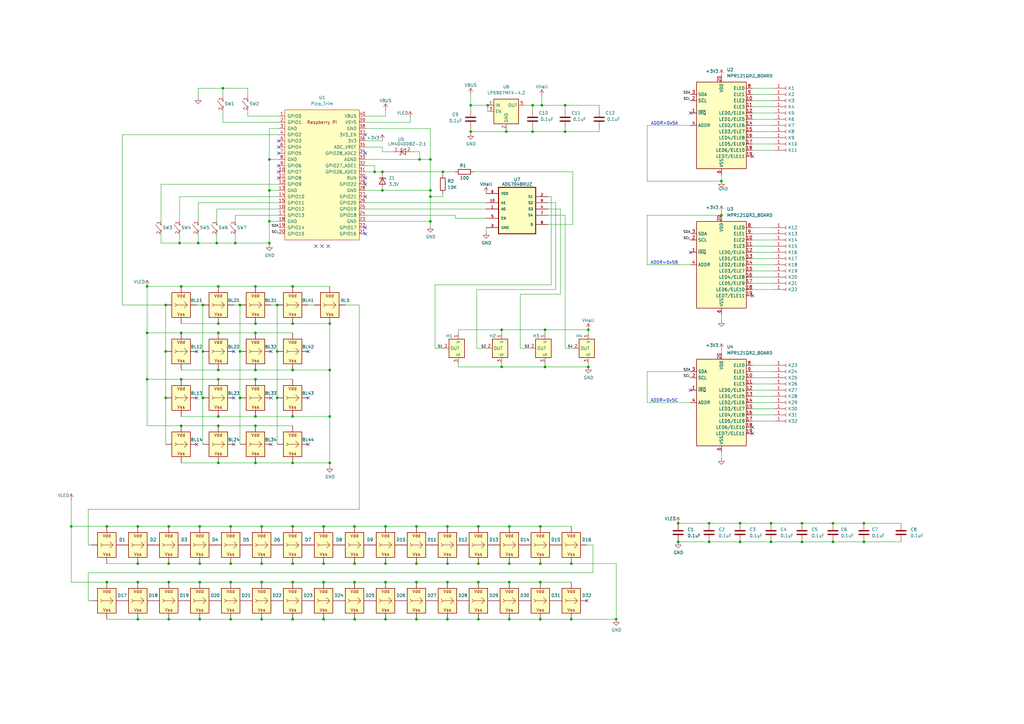
<source format=kicad_sch>
(kicad_sch (version 20250114) (generator "eeschema") (generator_version "9.0")
  (paper "A3")
  (text "ADDR=0x5C" (at 278.13 165.1 0) (effects (font (size 1.27 1.27)) (justify right bottom)))
  (text "ADDR=0x5A" (at 278.13 51.435 0) (effects (font (size 1.27 1.27)) (justify right bottom)))
  (text "ADDR=0x5B" (at 278.13 108.585 0) (effects (font (size 1.27 1.27)) (justify right bottom)))
  (junction (at 156.845 70.485))
  (junction (at 91.44 36.195))
  (junction (at 94.615 231.14))
  (junction (at 196.215 254))
  (junction (at 67.945 125.095))
  (junction (at 205.74 135.255))
  (junction (at 132.715 215.9))
  (junction (at 328.93 222.25))
  (junction (at 81.915 231.14))
  (junction (at 104.775 151.765))
  (junction (at 60.325 155.575))
  (junction (at 104.775 132.715))
  (junction (at 69.215 254))
  (junction (at 196.215 238.76))
  (junction (at 221.615 215.9))
  (junction (at 145.415 254))
  (junction (at 241.3 150.495))
  (junction (at 234.315 231.14))
  (junction (at 170.815 231.14))
  (junction (at 135.255 170.815))
  (junction (at 74.295 174.625))
  (junction (at 221.615 238.76))
  (junction (at 120.015 151.765))
  (junction (at 120.015 117.475))
  (junction (at 104.775 136.525))
  (junction (at 145.415 215.9))
  (junction (at 278.13 214.63))
  (junction (at 107.315 238.76))
  (junction (at 132.715 238.76))
  (junction (at 156.845 78.105))
  (junction (at 98.425 125.095))
  (junction (at 107.315 231.14))
  (junction (at 205.74 150.495))
  (junction (at 200.025 43.18))
  (junction (at 223.52 150.495))
  (junction (at 218.44 43.18))
  (junction (at 120.015 170.815))
  (junction (at 94.615 215.9))
  (junction (at 120.015 231.14))
  (junction (at 290.83 222.25))
  (junction (at 207.645 53.975))
  (junction (at 69.215 238.76))
  (junction (at 81.915 238.76))
  (junction (at 170.815 215.9))
  (junction (at 158.115 254))
  (junction (at 88.9 99.695))
  (junction (at 208.915 231.14))
  (junction (at 113.665 125.095))
  (junction (at 107.315 254))
  (junction (at 110.49 90.805))
  (junction (at 43.815 215.9))
  (junction (at 56.515 238.76))
  (junction (at 208.915 254))
  (junction (at 193.04 43.18))
  (junction (at 69.215 231.14))
  (junction (at 278.13 222.25))
  (junction (at 29.21 215.9))
  (junction (at 83.185 125.095))
  (junction (at 183.515 238.76))
  (junction (at 341.63 222.25))
  (junction (at 74.295 155.575))
  (junction (at 170.815 254))
  (junction (at 295.91 74.295))
  (junction (at 341.63 214.63))
  (junction (at 135.255 132.715))
  (junction (at 89.535 151.765))
  (junction (at 60.325 136.525))
  (junction (at 113.665 144.145))
  (junction (at 113.665 163.195))
  (junction (at 107.315 215.9))
  (junction (at 120.015 238.76))
  (junction (at 158.115 238.76))
  (junction (at 73.66 99.695))
  (junction (at 120.015 215.9))
  (junction (at 104.775 174.625))
  (junction (at 234.315 254))
  (junction (at 316.23 214.63))
  (junction (at 218.44 53.975))
  (junction (at 221.615 231.14))
  (junction (at 316.23 222.25))
  (junction (at 158.115 231.14))
  (junction (at 290.83 214.63))
  (junction (at 135.255 189.865))
  (junction (at 145.415 231.14))
  (junction (at 303.53 214.63))
  (junction (at 354.33 222.25))
  (junction (at 81.28 99.695))
  (junction (at 222.25 43.18))
  (junction (at 104.775 117.475))
  (junction (at 328.93 214.63))
  (junction (at 89.535 155.575))
  (junction (at 231.775 43.18))
  (junction (at 223.52 135.255))
  (junction (at 56.515 254))
  (junction (at 110.49 78.105))
  (junction (at 120.015 189.865))
  (junction (at 89.535 117.475))
  (junction (at 89.535 174.625))
  (junction (at 56.515 215.9))
  (junction (at 172.085 65.405))
  (junction (at 89.535 132.715))
  (junction (at 208.915 215.9))
  (junction (at 196.215 231.14))
  (junction (at 354.33 214.63))
  (junction (at 67.945 144.145))
  (junction (at 183.515 215.9))
  (junction (at 83.185 163.195))
  (junction (at 74.295 117.475))
  (junction (at 104.775 155.575))
  (junction (at 104.775 170.815))
  (junction (at 81.915 215.9))
  (junction (at 67.945 163.195))
  (junction (at 89.535 170.815))
  (junction (at 110.49 65.405))
  (junction (at 104.775 189.865))
  (junction (at 60.325 117.475))
  (junction (at 43.815 238.76))
  (junction (at 135.255 151.765))
  (junction (at 181.61 70.485))
  (junction (at 81.915 254))
  (junction (at 193.04 53.975))
  (junction (at 120.015 254))
  (junction (at 183.515 231.14))
  (junction (at 69.215 215.9))
  (junction (at 96.52 99.695))
  (junction (at 110.49 99.695))
  (junction (at 83.185 144.145))
  (junction (at 145.415 238.76))
  (junction (at 94.615 254))
  (junction (at 196.215 215.9))
  (junction (at 94.615 238.76))
  (junction (at 89.535 189.865))
  (junction (at 176.53 80.645))
  (junction (at 176.53 78.105))
  (junction (at 176.53 65.405))
  (junction (at 170.815 238.76))
  (junction (at 89.535 136.525))
  (junction (at 241.3 135.255))
  (junction (at 98.425 144.145))
  (junction (at 132.715 254))
  (junction (at 56.515 231.14))
  (junction (at 132.715 231.14))
  (junction (at 98.425 163.195))
  (junction (at 221.615 254))
  (junction (at 208.915 238.76))
  (junction (at 295.91 88.265))
  (junction (at 74.295 136.525))
  (junction (at 303.53 222.25))
  (junction (at 176.53 90.805))
  (junction (at 231.775 53.975))
  (junction (at 120.015 132.715))
  (junction (at 183.515 254))
  (junction (at 153.67 70.485))
  (junction (at 158.115 215.9))
  (junction (at 252.73 254))
  (no_connect (at 132.08 100.965))
  (no_connect (at 149.86 93.345))
  (no_connect (at 308.61 175.26))
  (no_connect (at 114.3 70.485))
  (no_connect (at 111.125 182.245))
  (no_connect (at 149.86 73.025))
  (no_connect (at 149.86 75.565))
  (no_connect (at 149.86 80.645))
  (no_connect (at 149.86 55.245))
  (no_connect (at 129.54 100.965))
  (no_connect (at 149.86 62.865))
  (no_connect (at 308.61 121.285))
  (no_connect (at 308.61 64.135))
  (no_connect (at 126.365 163.195))
  (no_connect (at 149.86 95.885))
  (no_connect (at 126.365 182.245))
  (no_connect (at 95.885 182.245))
  (no_connect (at 80.645 144.145))
  (no_connect (at 126.365 144.145))
  (no_connect (at 114.3 67.945))
  (no_connect (at 95.885 144.145))
  (no_connect (at 111.125 144.145))
  (no_connect (at 283.21 46.355))
  (no_connect (at 95.885 163.195))
  (no_connect (at 308.61 177.8))
  (no_connect (at 80.645 182.245))
  (no_connect (at 114.3 57.785))
  (no_connect (at 283.21 103.505))
  (no_connect (at 80.645 163.195))
  (no_connect (at 111.125 163.195))
  (no_connect (at 134.62 100.965))
  (no_connect (at 114.3 73.025))
  (no_connect (at 283.21 160.02))
  (no_connect (at 240.665 246.38))
  (no_connect (at 114.3 62.865))
  (no_connect (at 114.3 60.325))
  (wire (pts (xy 295.91 131.445) (xy 295.91 128.905)))
  (wire (pts (xy 73.66 95.885) (xy 73.66 99.695)))
  (wire (pts (xy 36.195 234.95) (xy 36.195 246.38)))
  (wire (pts (xy 208.915 238.76) (xy 221.615 238.76)))
  (wire (pts (xy 149.86 67.945) (xy 153.67 67.945)))
  (wire (pts (xy 94.615 254) (xy 107.315 254)))
  (wire (pts (xy 60.325 117.475) (xy 60.325 136.525)))
  (wire (pts (xy 149.86 57.785) (xy 156.845 57.785)))
  (wire (pts (xy 110.49 52.705) (xy 110.49 65.405)))
  (wire (pts (xy 170.815 254) (xy 183.515 254)))
  (wire (pts (xy 145.415 231.14) (xy 158.115 231.14)))
  (wire (pts (xy 168.91 62.23) (xy 172.085 62.23)))
  (wire (pts (xy 89.535 174.625) (xy 104.775 174.625)))
  (wire (pts (xy 308.61 48.895) (xy 317.5 48.895)))
  (wire (pts (xy 149.86 83.185) (xy 199.39 83.185)))
  (wire (pts (xy 96.52 99.695) (xy 110.49 99.695)))
  (wire (pts (xy 196.215 231.14) (xy 208.915 231.14)))
  (wire (pts (xy 36.195 223.52) (xy 37.465 223.52)))
  (wire (pts (xy 113.665 163.195) (xy 113.665 182.245)))
  (wire (pts (xy 149.86 90.805) (xy 176.53 90.805)))
  (wire (pts (xy 308.61 38.735) (xy 317.5 38.735)))
  (wire (pts (xy 308.61 53.975) (xy 317.5 53.975)))
  (wire (pts (xy 205.74 135.255) (xy 205.74 136.525)))
  (wire (pts (xy 205.74 150.495) (xy 187.96 150.495)))
  (wire (pts (xy 29.21 238.76) (xy 29.21 215.9)))
  (wire (pts (xy 341.63 222.25) (xy 354.33 222.25)))
  (wire (pts (xy 317.5 106.045) (xy 308.61 106.045)))
  (wire (pts (xy 223.52 150.495) (xy 223.52 149.225)))
  (wire (pts (xy 317.5 152.4) (xy 308.61 152.4)))
  (wire (pts (xy 73.66 99.695) (xy 81.28 99.695)))
  (wire (pts (xy 221.615 215.9) (xy 234.315 215.9)))
  (wire (pts (xy 317.5 108.585) (xy 308.61 108.585)))
  (wire (pts (xy 89.535 155.575) (xy 104.775 155.575)))
  (wire (pts (xy 308.61 43.815) (xy 317.5 43.815)))
  (wire (pts (xy 104.775 174.625) (xy 120.015 174.625)))
  (wire (pts (xy 67.945 182.245) (xy 67.945 163.195)))
  (wire (pts (xy 114.3 75.565) (xy 66.04 75.565)))
  (wire (pts (xy 120.015 215.9) (xy 132.715 215.9)))
  (wire (pts (xy 176.53 52.705) (xy 176.53 65.405)))
  (wire (pts (xy 60.325 136.525) (xy 60.325 155.575)))
  (wire (pts (xy 101.6 47.625) (xy 101.6 45.085)))
  (wire (pts (xy 120.015 170.815) (xy 135.255 170.815)))
  (wire (pts (xy 74.295 189.865) (xy 89.535 189.865)))
  (wire (pts (xy 66.04 75.565) (xy 66.04 90.805)))
  (wire (pts (xy 81.915 254) (xy 94.615 254)))
  (wire (pts (xy 69.215 231.14) (xy 81.915 231.14)))
  (wire (pts (xy 89.535 132.715) (xy 104.775 132.715)))
  (wire (pts (xy 295.91 187.96) (xy 295.91 185.42)))
  (wire (pts (xy 156.845 70.485) (xy 153.67 70.485)))
  (wire (pts (xy 317.5 118.745) (xy 308.61 118.745)))
  (wire (pts (xy 170.815 231.14) (xy 183.515 231.14)))
  (wire (pts (xy 73.66 80.645) (xy 73.66 90.805)))
  (wire (pts (xy 243.205 234.95) (xy 36.195 234.95)))
  (wire (pts (xy 183.515 254) (xy 196.215 254)))
  (wire (pts (xy 317.5 116.205) (xy 308.61 116.205)))
  (wire (pts (xy 107.315 254) (xy 120.015 254)))
  (wire (pts (xy 308.61 51.435) (xy 317.5 51.435)))
  (wire (pts (xy 317.5 95.885) (xy 308.61 95.885)))
  (wire (pts (xy 74.295 170.815) (xy 89.535 170.815)))
  (wire (pts (xy 172.085 62.23) (xy 172.085 65.405)))
  (wire (pts (xy 89.535 189.865) (xy 104.775 189.865)))
  (wire (pts (xy 208.915 215.9) (xy 221.615 215.9)))
  (wire (pts (xy 205.74 135.255) (xy 223.52 135.255)))
  (wire (pts (xy 156.845 60.325) (xy 149.86 60.325)))
  (wire (pts (xy 308.61 36.195) (xy 317.5 36.195)))
  (wire (pts (xy 317.5 162.56) (xy 308.61 162.56)))
  (wire (pts (xy 295.91 74.295) (xy 295.91 71.755)))
  (wire (pts (xy 36.195 208.915) (xy 36.195 223.52)))
  (wire (pts (xy 181.61 71.755) (xy 181.61 70.485)))
  (wire (pts (xy 149.86 85.725) (xy 199.39 85.725)))
  (wire (pts (xy 231.775 142.875) (xy 234.95 142.875)))
  (wire (pts (xy 135.255 189.865) (xy 135.255 170.815)))
  (wire (pts (xy 241.3 150.495) (xy 241.3 149.225)))
  (wire (pts (xy 74.295 117.475) (xy 89.535 117.475)))
  (wire (pts (xy 60.325 155.575) (xy 60.325 174.625)))
  (wire (pts (xy 283.21 51.435) (xy 265.43 51.435)))
  (wire (pts (xy 126.365 125.095) (xy 128.905 125.095)))
  (wire (pts (xy 234.95 70.485) (xy 194.31 70.485)))
  (wire (pts (xy 317.5 111.125) (xy 308.61 111.125)))
  (wire (pts (xy 186.69 89.535) (xy 199.39 89.535)))
  (wire (pts (xy 114.3 85.725) (xy 88.9 85.725)))
  (wire (pts (xy 221.615 238.76) (xy 234.315 238.76)))
  (wire (pts (xy 29.21 205.105) (xy 29.21 215.9)))
  (wire (pts (xy 74.295 132.715) (xy 89.535 132.715)))
  (wire (pts (xy 308.61 41.275) (xy 317.5 41.275)))
  (wire (pts (xy 317.5 113.665) (xy 308.61 113.665)))
  (wire (pts (xy 67.945 163.195) (xy 67.945 144.145)))
  (wire (pts (xy 120.015 132.715) (xy 135.255 132.715)))
  (wire (pts (xy 96.52 95.885) (xy 96.52 99.695)))
  (wire (pts (xy 114.3 83.185) (xy 81.28 83.185)))
  (wire (pts (xy 231.775 53.975) (xy 218.44 53.975)))
  (wire (pts (xy 50.165 125.095) (xy 67.945 125.095)))
  (wire (pts (xy 135.255 151.765) (xy 135.255 132.715)))
  (wire (pts (xy 229.87 85.725) (xy 229.87 120.65)))
  (wire (pts (xy 74.295 174.625) (xy 89.535 174.625)))
  (wire (pts (xy 74.295 155.575) (xy 89.535 155.575)))
  (wire (pts (xy 104.775 189.865) (xy 120.015 189.865)))
  (wire (pts (xy 241.3 135.255) (xy 241.3 136.525)))
  (wire (pts (xy 208.915 231.14) (xy 221.615 231.14)))
  (wire (pts (xy 43.815 215.9) (xy 56.515 215.9)))
  (wire (pts (xy 95.885 125.095) (xy 98.425 125.095)))
  (wire (pts (xy 110.49 65.405) (xy 110.49 78.105)))
  (wire (pts (xy 176.53 90.805) (xy 176.53 92.71)))
  (wire (pts (xy 222.25 43.18) (xy 231.775 43.18)))
  (wire (pts (xy 81.28 40.005) (xy 81.28 36.195)))
  (wire (pts (xy 147.32 125.095) (xy 141.605 125.095)))
  (wire (pts (xy 81.915 238.76) (xy 94.615 238.76)))
  (wire (pts (xy 265.43 108.585) (xy 265.43 88.265)))
  (wire (pts (xy 223.52 135.255) (xy 241.3 135.255)))
  (wire (pts (xy 317.5 59.055) (xy 308.61 59.055)))
  (wire (pts (xy 156.845 70.485) (xy 181.61 70.485)))
  (wire (pts (xy 205.74 150.495) (xy 205.74 149.225)))
  (wire (pts (xy 354.33 214.63) (xy 369.57 214.63)))
  (wire (pts (xy 224.79 88.265) (xy 231.775 88.265)))
  (wire (pts (xy 88.9 99.695) (xy 96.52 99.695)))
  (wire (pts (xy 218.44 43.18) (xy 222.25 43.18)))
  (wire (pts (xy 107.315 231.14) (xy 120.015 231.14)))
  (wire (pts (xy 66.04 99.695) (xy 66.04 95.885)))
  (wire (pts (xy 222.25 39.37) (xy 222.25 43.18)))
  (wire (pts (xy 227.965 118.745) (xy 227.965 83.185)))
  (wire (pts (xy 290.83 214.63) (xy 303.53 214.63)))
  (wire (pts (xy 29.21 215.9) (xy 43.815 215.9)))
  (wire (pts (xy 229.87 120.65) (xy 213.36 120.65)))
  (wire (pts (xy 96.52 88.265) (xy 96.52 90.805)))
  (wire (pts (xy 135.255 170.815) (xy 135.255 151.765)))
  (wire (pts (xy 218.44 43.18) (xy 215.265 43.18)))
  (wire (pts (xy 94.615 215.9) (xy 107.315 215.9)))
  (wire (pts (xy 156.845 62.23) (xy 161.29 62.23)))
  (wire (pts (xy 107.315 215.9) (xy 120.015 215.9)))
  (wire (pts (xy 227.965 83.185) (xy 224.79 83.185)))
  (wire (pts (xy 265.43 165.1) (xy 265.43 152.4)))
  (wire (pts (xy 193.04 38.735) (xy 193.04 43.18)))
  (wire (pts (xy 135.255 191.135) (xy 135.255 189.865)))
  (wire (pts (xy 283.21 165.1) (xy 265.43 165.1)))
  (wire (pts (xy 178.435 116.84) (xy 226.06 116.84)))
  (wire (pts (xy 81.28 99.695) (xy 88.9 99.695)))
  (wire (pts (xy 252.73 254) (xy 252.73 231.14)))
  (wire (pts (xy 218.44 45.085) (xy 218.44 43.18)))
  (wire (pts (xy 81.28 83.185) (xy 81.28 90.805)))
  (wire (pts (xy 303.53 222.25) (xy 316.23 222.25)))
  (wire (pts (xy 113.665 125.095) (xy 113.665 144.145)))
  (wire (pts (xy 145.415 254) (xy 158.115 254)))
  (wire (pts (xy 231.775 52.705) (xy 231.775 53.975)))
  (wire (pts (xy 218.44 52.705) (xy 218.44 53.975)))
  (wire (pts (xy 183.515 215.9) (xy 196.215 215.9)))
  (wire (pts (xy 193.04 45.085) (xy 193.04 43.18)))
  (wire (pts (xy 168.275 48.26) (xy 168.275 50.165)))
  (wire (pts (xy 91.44 50.165) (xy 91.44 45.085)))
  (wire (pts (xy 245.745 43.18) (xy 245.745 45.085)))
  (wire (pts (xy 181.61 79.375) (xy 181.61 80.645)))
  (wire (pts (xy 193.04 53.975) (xy 207.645 53.975)))
  (wire (pts (xy 317.5 56.515) (xy 308.61 56.515)))
  (wire (pts (xy 195.58 118.745) (xy 227.965 118.745)))
  (wire (pts (xy 50.165 55.245) (xy 50.165 125.095)))
  (wire (pts (xy 187.96 150.495) (xy 187.96 149.225)))
  (wire (pts (xy 91.44 36.195) (xy 91.44 40.005)))
  (wire (pts (xy 153.67 70.485) (xy 149.86 70.485)))
  (wire (pts (xy 104.775 155.575) (xy 120.015 155.575)))
  (wire (pts (xy 132.715 254) (xy 145.415 254)))
  (wire (pts (xy 241.3 150.495) (xy 223.52 150.495)))
  (wire (pts (xy 56.515 215.9) (xy 69.215 215.9)))
  (wire (pts (xy 104.775 151.765) (xy 120.015 151.765)))
  (wire (pts (xy 101.6 36.195) (xy 101.6 40.005)))
  (wire (pts (xy 158.115 47.625) (xy 149.86 47.625)))
  (wire (pts (xy 156.845 62.23) (xy 156.845 60.325)))
  (wire (pts (xy 94.615 231.14) (xy 107.315 231.14)))
  (wire (pts (xy 94.615 238.76) (xy 107.315 238.76)))
  (wire (pts (xy 147.32 125.095) (xy 147.32 208.915)))
  (wire (pts (xy 187.96 135.255) (xy 187.96 136.525)))
  (wire (pts (xy 195.58 142.875) (xy 199.39 142.875)))
  (wire (pts (xy 224.79 80.645) (xy 226.06 80.645)))
  (wire (pts (xy 67.945 144.145) (xy 67.945 125.095)))
  (wire (pts (xy 147.32 208.915) (xy 36.195 208.915)))
  (wire (pts (xy 69.215 254) (xy 81.915 254)))
  (wire (pts (xy 56.515 254) (xy 69.215 254)))
  (wire (pts (xy 278.13 222.25) (xy 290.83 222.25)))
  (wire (pts (xy 145.415 215.9) (xy 158.115 215.9)))
  (wire (pts (xy 265.43 152.4) (xy 283.21 152.4)))
  (wire (pts (xy 317.5 149.86) (xy 308.61 149.86)))
  (wire (pts (xy 43.815 238.76) (xy 29.21 238.76)))
  (wire (pts (xy 223.52 135.255) (xy 223.52 136.525)))
  (wire (pts (xy 240.665 223.52) (xy 243.205 223.52)))
  (wire (pts (xy 245.745 53.975) (xy 245.745 52.705)))
  (wire (pts (xy 181.61 142.875) (xy 178.435 142.875)))
  (wire (pts (xy 81.28 95.885) (xy 81.28 99.695)))
  (wire (pts (xy 317.5 154.94) (xy 308.61 154.94)))
  (wire (pts (xy 104.775 117.475) (xy 120.015 117.475)))
  (wire (pts (xy 208.915 254) (xy 221.615 254)))
  (wire (pts (xy 98.425 144.145) (xy 98.425 163.195)))
  (wire (pts (xy 69.215 215.9) (xy 81.915 215.9)))
  (wire (pts (xy 354.33 222.25) (xy 369.57 222.25)))
  (wire (pts (xy 207.645 53.975) (xy 207.645 53.34)))
  (wire (pts (xy 89.535 136.525) (xy 104.775 136.525)))
  (wire (pts (xy 69.215 238.76) (xy 81.915 238.76)))
  (wire (pts (xy 213.36 120.65) (xy 213.36 142.875)))
  (wire (pts (xy 149.86 88.265) (xy 186.69 88.265)))
  (wire (pts (xy 114.3 47.625) (xy 101.6 47.625)))
  (wire (pts (xy 74.295 151.765) (xy 89.535 151.765)))
  (wire (pts (xy 317.5 100.965) (xy 308.61 100.965)))
  (wire (pts (xy 218.44 53.975) (xy 207.645 53.975)))
  (wire (pts (xy 81.915 231.14) (xy 94.615 231.14)))
  (wire (pts (xy 110.49 78.105) (xy 110.49 90.805)))
  (wire (pts (xy 158.115 238.76) (xy 170.815 238.76)))
  (wire (pts (xy 290.83 222.25) (xy 303.53 222.25)))
  (wire (pts (xy 187.96 135.255) (xy 205.74 135.255)))
  (wire (pts (xy 317.5 61.595) (xy 308.61 61.595)))
  (wire (pts (xy 303.53 214.63) (xy 316.23 214.63)))
  (wire (pts (xy 308.61 46.355) (xy 317.5 46.355)))
  (wire (pts (xy 81.915 215.9) (xy 94.615 215.9)))
  (wire (pts (xy 193.04 52.705) (xy 193.04 53.975)))
  (wire (pts (xy 295.91 86.995) (xy 295.91 88.265)))
  (wire (pts (xy 98.425 125.095) (xy 98.425 144.145)))
  (wire (pts (xy 221.615 231.14) (xy 234.315 231.14)))
  (wire (pts (xy 158.115 45.085) (xy 158.115 47.625)))
  (wire (pts (xy 81.28 36.195) (xy 91.44 36.195)))
  (wire (pts (xy 196.215 238.76) (xy 208.915 238.76)))
  (wire (pts (xy 317.5 103.505) (xy 308.61 103.505)))
  (wire (pts (xy 231.775 45.085) (xy 231.775 43.18)))
  (wire (pts (xy 89.535 117.475) (xy 104.775 117.475)))
  (wire (pts (xy 317.5 165.1) (xy 308.61 165.1)))
  (wire (pts (xy 158.115 231.14) (xy 170.815 231.14)))
  (wire (pts (xy 88.9 95.885) (xy 88.9 99.695)))
  (wire (pts (xy 328.93 222.25) (xy 341.63 222.25)))
  (wire (pts (xy 132.715 215.9) (xy 145.415 215.9)))
  (wire (pts (xy 114.3 88.265) (xy 96.52 88.265)))
  (wire (pts (xy 120.015 238.76) (xy 132.715 238.76)))
  (wire (pts (xy 114.3 52.705) (xy 110.49 52.705)))
  (wire (pts (xy 110.49 90.805) (xy 114.3 90.805)))
  (wire (pts (xy 60.325 117.475) (xy 74.295 117.475)))
  (wire (pts (xy 176.53 78.105) (xy 176.53 80.645)))
  (wire (pts (xy 156.845 78.105) (xy 176.53 78.105)))
  (wire (pts (xy 265.43 88.265) (xy 295.91 88.265)))
  (wire (pts (xy 224.79 85.725) (xy 229.87 85.725)))
  (wire (pts (xy 317.5 93.345) (xy 308.61 93.345)))
  (wire (pts (xy 170.815 238.76) (xy 183.515 238.76)))
  (wire (pts (xy 317.5 172.72) (xy 308.61 172.72)))
  (wire (pts (xy 181.61 70.485) (xy 186.69 70.485)))
  (wire (pts (xy 73.66 99.695) (xy 66.04 99.695)))
  (wire (pts (xy 120.015 231.14) (xy 132.715 231.14)))
  (wire (pts (xy 132.715 231.14) (xy 145.415 231.14)))
  (wire (pts (xy 114.3 50.165) (xy 91.44 50.165)))
  (wire (pts (xy 193.04 54.61) (xy 193.04 53.975)))
  (wire (pts (xy 265.43 51.435) (xy 265.43 74.295)))
  (wire (pts (xy 89.535 151.765) (xy 104.775 151.765)))
  (wire (pts (xy 149.86 52.705) (xy 176.53 52.705)))
  (wire (pts (xy 110.49 99.695) (xy 110.49 100.33)))
  (wire (pts (xy 83.185 163.195) (xy 83.185 182.245)))
  (wire (pts (xy 328.93 214.63) (xy 341.63 214.63)))
  (wire (pts (xy 91.44 36.195) (xy 101.6 36.195)))
  (wire (pts (xy 107.315 238.76) (xy 120.015 238.76)))
  (wire (pts (xy 149.86 78.105) (xy 156.845 78.105)))
  (wire (pts (xy 104.775 136.525) (xy 120.015 136.525)))
  (wire (pts (xy 80.645 125.095) (xy 83.185 125.095)))
  (wire (pts (xy 83.185 125.095) (xy 83.185 144.145)))
  (wire (pts (xy 56.515 231.14) (xy 69.215 231.14)))
  (wire (pts (xy 176.53 65.405) (xy 176.53 78.105)))
  (wire (pts (xy 36.195 246.38) (xy 37.465 246.38)))
  (wire (pts (xy 170.815 215.9) (xy 183.515 215.9)))
  (wire (pts (xy 149.86 50.165) (xy 168.275 50.165)))
  (wire (pts (xy 200.025 43.18) (xy 200.025 45.72)))
  (wire (pts (xy 181.61 80.645) (xy 176.53 80.645)))
  (wire (pts (xy 120.015 151.765) (xy 135.255 151.765)))
  (wire (pts (xy 316.23 222.25) (xy 328.93 222.25)))
  (wire (pts (xy 56.515 238.76) (xy 69.215 238.76)))
  (wire (pts (xy 43.815 254) (xy 56.515 254)))
  (wire (pts (xy 83.185 144.145) (xy 83.185 163.195)))
  (wire (pts (xy 317.5 98.425) (xy 308.61 98.425)))
  (wire (pts (xy 234.95 70.485) (xy 234.95 92.075)))
  (wire (pts (xy 252.73 231.14) (xy 234.315 231.14)))
  (wire (pts (xy 234.95 92.075) (xy 224.79 92.075)))
  (wire (pts (xy 145.415 238.76) (xy 158.115 238.76)))
  (wire (pts (xy 176.53 80.645) (xy 176.53 90.805)))
  (wire (pts (xy 283.21 108.585) (xy 265.43 108.585)))
  (wire (pts (xy 265.43 74.295) (xy 295.91 74.295)))
  (wire (pts (xy 149.86 65.405) (xy 172.085 65.405)))
  (wire (pts (xy 223.52 150.495) (xy 205.74 150.495)))
  (wire (pts (xy 183.515 231.14) (xy 196.215 231.14)))
  (wire (pts (xy 317.5 160.02) (xy 308.61 160.02)))
  (wire (pts (xy 43.815 238.76) (xy 56.515 238.76)))
  (wire (pts (xy 113.665 144.145) (xy 113.665 163.195)))
  (wire (pts (xy 89.535 170.815) (xy 104.775 170.815)))
  (wire (pts (xy 172.085 65.405) (xy 176.53 65.405)))
  (wire (pts (xy 158.115 254) (xy 170.815 254)))
  (wire (pts (xy 158.115 215.9) (xy 170.815 215.9)))
  (wire (pts (xy 114.3 80.645) (xy 73.66 80.645)))
  (wire (pts (xy 295.91 143.51) (xy 295.91 144.78)))
  (wire (pts (xy 196.215 254) (xy 208.915 254)))
  (wire (pts (xy 120.015 189.865) (xy 135.255 189.865)))
  (wire (pts (xy 120.015 254) (xy 132.715 254)))
  (wire (pts (xy 132.715 238.76) (xy 145.415 238.76)))
  (wire (pts (xy 317.5 167.64) (xy 308.61 167.64)))
  (wire (pts (xy 74.295 136.525) (xy 89.535 136.525)))
  (wire (pts (xy 60.325 155.575) (xy 74.295 155.575)))
  (wire (pts (xy 60.325 136.525) (xy 74.295 136.525)))
  (wire (pts (xy 196.215 215.9) (xy 208.915 215.9)))
  (wire (pts (xy 60.325 174.625) (xy 74.295 174.625)))
  (wire (pts (xy 317.5 157.48) (xy 308.61 157.48)))
  (wire (pts (xy 278.13 214.63) (xy 290.83 214.63)))
  (wire (pts (xy 153.67 67.945) (xy 153.67 70.485)))
  (wire (pts (xy 104.775 132.715) (xy 120.015 132.715)))
  (wire (pts (xy 213.36 142.875) (xy 217.17 142.875)))
  (wire (pts (xy 221.615 254) (xy 234.315 254)))
  (wire (pts (xy 110.49 65.405) (xy 114.3 65.405)))
  (wire (pts (xy 88.9 85.725) (xy 88.9 90.805)))
  (wire (pts (xy 104.775 170.815) (xy 120.015 170.815)))
  (wire (pts (xy 43.815 231.14) (xy 56.515 231.14)))
  (wire (pts (xy 226.06 80.645) (xy 226.06 116.84)))
  (wire (pts (xy 317.5 170.18) (xy 308.61 170.18)))
  (wire (pts (xy 199.39 93.345) (xy 199.39 95.25)))
  (wire (pts (xy 98.425 163.195) (xy 98.425 182.245)))
  (wire (pts (xy 183.515 238.76) (xy 196.215 238.76)))
  (wire (pts (xy 193.04 43.18) (xy 200.025 43.18)))
  (wire (pts (xy 178.435 142.875) (xy 178.435 116.84)))
  (wire (pts (xy 110.49 90.805) (xy 110.49 99.695)))
  (wire (pts (xy 231.775 43.18) (xy 245.745 43.18)))
  (wire (pts (xy 110.49 78.105) (xy 114.3 78.105)))
  (wire (pts (xy 316.23 214.63) (xy 328.93 214.63)))
  (wire (pts (xy 231.775 53.975) (xy 245.745 53.975)))
  (wire (pts (xy 120.015 117.475) (xy 135.255 117.475)))
  (wire (pts (xy 195.58 118.745) (xy 195.58 142.875)))
  (wire (pts (xy 243.205 223.52) (xy 243.205 234.95)))
  (wire (pts (xy 234.315 254) (xy 252.73 254)))
  (wire (pts (xy 111.125 125.095) (xy 113.665 125.095)))
  (wire (pts (xy 50.165 55.245) (xy 114.3 55.245)))
  (wire (pts (xy 186.69 89.535) (xy 186.69 88.265)))
  (wire (pts (xy 341.63 214.63) (xy 354.33 214.63)))
  (wire (pts (xy 231.775 88.265) (xy 231.775 142.875)))
  (label "S3" (at 217.17 142.875 180) (effects (font (size 1 1))))
  (label "S4" (at 234.95 142.875 180) (effects (font (size 1 1))))
  (label "SCL" (at 114.3 95.885 180) (effects (font (size 1 1))))
  (label "S1" (at 181.61 142.875 180) (effects (font (size 1 1))))
  (label "SCL" (at 283.21 41.275 180) (effects (font (size 1 1))))
  (label "SDA" (at 283.21 95.885 180) (effects (font (size 1 1))))
  (label "SDA" (at 283.21 152.4 180) (effects (font (size 1 1))))
  (label "SCL" (at 283.21 98.425 180) (effects (font (size 1 1))))
  (label "SDA" (at 283.21 38.735 180) (effects (font (size 1 1))))
  (label "SDA" (at 114.3 93.345 180) (effects (font (size 1 1))))
  (label "S2" (at 199.39 142.875 180) (effects (font (size 1 1))))
  (label "SCL" (at 283.21 154.94 180) (effects (font (size 1 1))))
  (symbol (lib_id "diva_plus:WS2812B_Unified") (at 94.615 246.38 0) (unit 1)
    (property "Reference" "D21" (at 100.965 244.221 0))
    (property "Value" "WS2812B_Unified" (effects (hide yes)))
    (property "Footprint" "diva_plus:WS2812B-4020" (effects (hide yes)))
  )
  (symbol (lib_id "Connector:Conn_01x01_Female") (at 322.58 93.345 0) (unit 1)
    (property "Reference" "K12" (at 323.215 93.3449 0) (effects (justify left)))
    (property "Value" "Conn_01x01_Female" (effects (hide yes)))
    (property "Footprint" "diva_plus:DivaKeyBiasRight" (effects (hide yes)))
  )
  (symbol (lib_id "Connector:Conn_01x01_Female") (at 322.58 41.275 0) (unit 1)
    (property "Reference" "K3" (at 323.215 41.2749 0) (effects (justify left)))
    (property "Value" "Conn_01x01_Female" (effects (hide yes)))
    (property "Footprint" "diva_plus:DivaKey" (effects (hide yes)))
  )
  (symbol (lib_id "power:GND") (at 295.91 74.295 0) (unit 1)
    (property "Reference" "#PWR0122" (effects (hide yes)))
    (property "Value" "GND" (at 296.672 77.4192 0))
  )
  (symbol (lib_id "agg:SWITCH_SPST") (at 73.66 93.345 90) (unit 1)
    (property "Reference" "SW4" (at 74.295 93.345 90) (effects (justify right)))
    (property "Value" "SWITCH_SPST" (effects (hide yes)))
    (property "Footprint" "diva_plus:Choc_HE" (effects (hide yes)))
  )
  (symbol (lib_id "diva_plus:WS2812B_Unified") (at 120.015 144.145 0) (unit 1)
    (property "Reference" "BL42" (at 126.365 142.24 0))
    (property "Value" "WS2812B_Unified" (effects (hide yes)))
    (property "Footprint" "diva_plus:WS2812B-2835_EMBED" (effects (hide yes)))
  )
  (symbol (lib_id "diva_plus:WS2812B_Unified") (at 89.535 182.245 0) (unit 1)
    (property "Reference" "BL24" (at 95.885 180.34 0))
    (property "Value" "WS2812B_Unified" (effects (hide yes)))
    (property "Footprint" "diva_plus:WS2812B-2835_EMBED" (effects (hide yes)))
  )
  (symbol (lib_id "diva_plus:WS2812B_Unified") (at 43.815 246.38 0) (unit 1)
    (property "Reference" "D17" (at 50.165 244.221 0))
    (property "Value" "WS2812B_Unified" (effects (hide yes)))
    (property "Footprint" "diva_plus:WS2812B-4020" (effects (hide yes)))
  )
  (symbol (lib_id "power:+5V") (at 193.04 38.735 0) (unit 1)
    (property "Reference" "#PWR016" (effects (hide yes)))
    (property "Value" "VBUS" (at 193.04 34.925 0))
  )
  (symbol (lib_id "Device:C") (at 316.23 218.44 0) (unit 1)
    (property "Reference" "C4" (at 320.04 217.1699 0) (effects (justify left)))
    (property "Value" "0.1uF" (at 320.04 219.7099 0) (effects (justify left)))
    (property "Footprint" "Capacitor_SMD:C_0603_1608Metric_Pad1.08x0.95mm_HandSolder" (effects (hide yes)))
  )
  (symbol (lib_id "diva_plus:WS2812B_Unified") (at 120.015 223.52 0) (unit 1)
    (property "Reference" "D7" (at 126.365 221.361 0))
    (property "Value" "WS2812B_Unified" (effects (hide yes)))
    (property "Footprint" "diva_plus:WS2812B-4020" (effects (hide yes)))
  )
  (symbol (lib_id "Device:C") (at 303.53 218.44 0) (unit 1)
    (property "Reference" "C3" (at 307.34 217.1699 0) (effects (justify left)))
    (property "Value" "0.1uF" (at 307.34 219.7099 0) (effects (justify left)))
    (property "Footprint" "Capacitor_SMD:C_0603_1608Metric_Pad1.08x0.95mm_HandSolder" (effects (hide yes)))
  )
  (symbol (lib_id "Device:D_Zener") (at 156.845 74.295 270) (unit 1)
    (property "Reference" "Z1" (at 159.385 73.0249 90) (effects (justify left)))
    (property "Value" "3.3V" (at 159.385 75.5649 90) (effects (justify left)))
    (property "Footprint" "Diode_SMD:D_SOD-123F" (effects (hide yes)))
    (property "Description" "Zener diode" (effects (hide yes)))
  )
  (symbol (lib_id "diva_plus:WS2812B_Unified") (at 104.775 125.095 0) (unit 1)
    (property "Reference" "BL31" (at 111.125 123.19 0))
    (property "Value" "WS2812B_Unified" (effects (hide yes)))
    (property "Footprint" "diva_plus:WS2812B-2835_EMBED" (effects (hide yes)))
  )
  (symbol (lib_id "diva_plus:WS2812B_Unified") (at 145.415 223.52 0) (unit 1)
    (property "Reference" "D9" (at 151.765 221.361 0))
    (property "Value" "WS2812B_Unified" (effects (hide yes)))
    (property "Footprint" "diva_plus:WS2812B-4020" (effects (hide yes)))
  )
  (symbol (lib_id "diva_plus:WS2812B_Unified") (at 43.815 223.52 0) (unit 1)
    (property "Reference" "D1" (at 50.165 221.361 0))
    (property "Value" "WS2812B_Unified" (effects (hide yes)))
    (property "Footprint" "diva_plus:WS2812B-4020" (effects (hide yes)))
  )
  (symbol (lib_id "Connector:Conn_01x01_Female") (at 322.58 36.195 0) (unit 1)
    (property "Reference" "K1" (at 323.215 36.1949 0) (effects (justify left)))
    (property "Value" "Conn_01x01_Female" (effects (hide yes)))
    (property "Footprint" "diva_plus:DivaKey" (effects (hide yes)))
  )
  (symbol (lib_id "Connector:Conn_01x01_Female") (at 322.58 51.435 0) (unit 1)
    (property "Reference" "K7" (at 323.215 51.4349 0) (effects (justify left)))
    (property "Value" "Conn_01x01_Female" (effects (hide yes)))
    (property "Footprint" "diva_plus:DivaKey" (effects (hide yes)))
  )
  (symbol (lib_id "diva_plus:WS2812B_Unified") (at 170.815 246.38 0) (unit 1)
    (property "Reference" "D27" (at 177.165 244.221 0))
    (property "Value" "WS2812B_Unified" (effects (hide yes)))
    (property "Footprint" "diva_plus:WS2812B-4020" (effects (hide yes)))
  )
  (symbol (lib_id "diva_plus:WS2812B_Unified") (at 145.415 246.38 0) (unit 1)
    (property "Reference" "D25" (at 151.765 244.221 0))
    (property "Value" "WS2812B_Unified" (effects (hide yes)))
    (property "Footprint" "diva_plus:WS2812B-4020" (effects (hide yes)))
  )
  (symbol (lib_id "power:+5V") (at 60.325 117.475 0) (unit 1)
    (property "Reference" "#PWR0115" (effects (hide yes)))
    (property "Value" "VLED" (at 57.15 115.57 0))
  )
  (symbol (lib_id "Device:C") (at 193.04 48.895 0) (unit 1)
    (property "Reference" "C9" (at 185.42 46.99 0) (effects (justify left)))
    (property "Value" "0.1uF" (at 184.15 49.53 0) (effects (justify left)))
    (property "Footprint" "Capacitor_SMD:C_0603_1608Metric_Pad1.08x0.95mm_HandSolder" (effects (hide yes)))
    (property "Description" "Unpolarized capacitor" (effects (hide yes)))
  )
  (symbol (lib_id "power:GND") (at 110.49 100.33 0) (unit 1)
    (property "Reference" "#PWR0125" (effects (hide yes)))
    (property "Value" "GND" (at 110.617 104.7242 0))
  )
  (symbol (lib_id "power:GND") (at 176.53 92.71 0) (unit 1)
    (property "Reference" "#PWR0103" (effects (hide yes)))
    (property "Value" "GND" (at 176.657 97.1042 0))
  )
  (symbol (lib_id "Device:C") (at 245.745 48.895 0) (unit 1)
    (property "Reference" "C12" (at 248.285 46.355 0) (effects (justify left)))
    (property "Value" "0.1uF" (at 248.92 48.895 0) (effects (justify left)))
    (property "Footprint" "Capacitor_SMD:C_0603_1608Metric_Pad1.08x0.95mm_HandSolder" (effects (hide yes)))
    (property "Description" "Unpolarized capacitor" (effects (hide yes)))
  )
  (symbol (lib_id "power:GND") (at 295.91 187.96 0) (unit 1)
    (property "Reference" "#PWR06" (effects (hide yes)))
    (property "Value" "GND" (effects (hide yes)))
  )
  (symbol (lib_id "Device:C") (at 218.44 48.895 0) (unit 1)
    (property "Reference" "C10" (at 220.98 46.355 0) (effects (justify left)))
    (property "Value" "0.1uF" (at 221.615 48.895 0) (effects (justify left)))
    (property "Footprint" "Capacitor_SMD:C_0603_1608Metric_Pad1.08x0.95mm_HandSolder" (effects (hide yes)))
    (property "Description" "Unpolarized capacitor" (effects (hide yes)))
  )
  (symbol (lib_id "diva_plus:WS2812B_Unified") (at 158.115 223.52 0) (unit 1)
    (property "Reference" "D10" (at 164.465 221.361 0))
    (property "Value" "WS2812B_Unified" (effects (hide yes)))
    (property "Footprint" "diva_plus:WS2812B-4020" (effects (hide yes)))
  )
  (symbol (lib_id "Connector:Conn_01x01_Female") (at 322.58 95.885 0) (unit 1)
    (property "Reference" "K13" (at 323.215 95.885 0) (effects (justify left)))
    (property "Value" "Conn_01x01_Female" (effects (hide yes)))
    (property "Footprint" "diva_plus:DivaKey" (effects (hide yes)))
  )
  (symbol (lib_id "diva_plus:Pico_Trim") (at 132.08 71.755 0) (unit 1)
    (property "Reference" "U1" (at 132.08 40.005 0))
    (property "Value" "Pico_Trim" (at 132.08 42.545 0))
    (property "Footprint" "diva_plus:RPi_Pico_SMD_No_USB" (effects (hide yes)))
  )
  (symbol (lib_id "diva_plus:WS2812B_Unified") (at 196.215 223.52 0) (unit 1)
    (property "Reference" "D13" (at 202.565 221.361 0))
    (property "Value" "WS2812B_Unified" (effects (hide yes)))
    (property "Footprint" "diva_plus:WS2812B-4020" (effects (hide yes)))
  )
  (symbol (lib_id "diva_plus:WS2812B_Unified") (at 135.255 125.095 0) (unit 1)
    (property "Reference" "BL5" (at 141.605 123.19 0))
    (property "Value" "WS2812B_Unified" (effects (hide yes)))
    (property "Footprint" "diva_plus:WS2812B-2835_EMBED" (effects (hide yes)))
  )
  (symbol (lib_id "Connector:Conn_01x01_Female") (at 322.58 162.56 0) (unit 1)
    (property "Reference" "K28" (at 323.215 162.56 0) (effects (justify left)))
    (property "Value" "Conn_01x01_Female" (effects (hide yes)))
    (property "Footprint" "diva_plus:DivaKey" (effects (hide yes)))
  )
  (symbol (lib_id "Device:C") (at 354.33 218.44 0) (unit 1)
    (property "Reference" "C7" (at 357.505 217.1699 0) (effects (justify left)))
    (property "Value" "0.1uF" (at 357.505 219.7099 0) (effects (justify left)))
    (property "Footprint" "Capacitor_SMD:C_0603_1608Metric_Pad1.08x0.95mm_HandSolder" (effects (hide yes)))
  )
  (symbol (lib_id "Connector:Conn_01x01_Female") (at 322.58 160.02 0) (unit 1)
    (property "Reference" "K27" (at 323.215 160.02 0) (effects (justify left)))
    (property "Value" "Conn_01x01_Female" (effects (hide yes)))
    (property "Footprint" "diva_plus:DivaKey" (effects (hide yes)))
  )
  (symbol (lib_id "agg:SWITCH_SPST") (at 101.6 42.545 90) (unit 1)
    (property "Reference" "SW2" (at 102.235 42.545 90) (effects (justify right)))
    (property "Value" "SWITCH_SPST" (effects (hide yes)))
    (property "Footprint" "diva_plus:SKSTAAE010" (effects (hide yes)))
  )
  (symbol (lib_id "Connector:Conn_01x01_Female") (at 322.58 59.055 0) (unit 1)
    (property "Reference" "K10" (at 323.215 59.055 0) (effects (justify left)))
    (property "Value" "Conn_01x01_Female" (effects (hide yes)))
    (property "Footprint" "diva_plus:DivaKey" (effects (hide yes)))
  )
  (symbol (lib_id "Connector:Conn_01x01_Female") (at 322.58 48.895 0) (unit 1)
    (property "Reference" "K6" (at 323.215 48.895 0) (effects (justify left)))
    (property "Value" "Conn_01x01_Female" (effects (hide yes)))
    (property "Footprint" "diva_plus:DivaKey" (effects (hide yes)))
  )
  (symbol (lib_id "power:+5V") (at 278.13 214.63 0) (unit 1)
    (property "Reference" "#PWR011" (effects (hide yes)))
    (property "Value" "VLED" (at 274.955 212.725 0))
  )
  (symbol (lib_id "iidx_pico:SS49E_SOT23") (at 223.52 142.875 0) (mirror y) (unit 1)
    (property "Reference" "H3" (at 218.44 137.795 0) (effects (justify right)))
    (property "Value" "SS49E_SOT23" (effects (hide yes)))
    (property "Footprint" "diva_plus:SOT-23-FAT" (effects (hide yes)))
  )
  (symbol (lib_id "diva_plus:WS2812B_Unified") (at 74.295 182.245 0) (unit 1)
    (property "Reference" "BL14" (at 80.645 180.34 0))
    (property "Value" "WS2812B_Unified" (effects (hide yes)))
    (property "Footprint" "diva_plus:WS2812B-2835_EMBED" (effects (hide yes)))
  )
  (symbol (lib_id "power:GND") (at 241.3 150.495 0) (unit 1)
    (property "Reference" "#PWR08" (effects (hide yes)))
    (property "Value" "GND" (at 241.427 154.8892 0))
  )
  (symbol (lib_id "diva_plus:WS2812B_Unified") (at 170.815 223.52 0) (unit 1)
    (property "Reference" "D11" (at 177.165 221.361 0))
    (property "Value" "WS2812B_Unified" (effects (hide yes)))
    (property "Footprint" "diva_plus:WS2812B-4020" (effects (hide yes)))
  )
  (symbol (lib_id "Connector:Conn_01x01_Female") (at 322.58 157.48 0) (unit 1)
    (property "Reference" "K26" (at 323.215 157.48 0) (effects (justify left)))
    (property "Value" "Conn_01x01_Female" (effects (hide yes)))
    (property "Footprint" "diva_plus:DivaKey" (effects (hide yes)))
  )
  (symbol (lib_id "power:GND") (at 295.91 131.445 0) (unit 1)
    (property "Reference" "#PWR0120" (effects (hide yes)))
    (property "Value" "GND" (effects (hide yes)))
  )
  (symbol (lib_id "diva_plus:WS2812B_Unified") (at 104.775 144.145 0) (unit 1)
    (property "Reference" "BL32" (at 111.125 142.24 0))
    (property "Value" "WS2812B_Unified" (effects (hide yes)))
    (property "Footprint" "diva_plus:WS2812B-2835_EMBED" (effects (hide yes)))
  )
  (symbol (lib_id "diva_plus:WS2812B_Unified") (at 183.515 223.52 0) (unit 1)
    (property "Reference" "D12" (at 189.865 221.361 0))
    (property "Value" "WS2812B_Unified" (effects (hide yes)))
    (property "Footprint" "diva_plus:WS2812B-4020" (effects (hide yes)))
  )
  (symbol (lib_id "diva_plus:WS2812B_Unified") (at 56.515 246.38 0) (unit 1)
    (property "Reference" "D18" (at 62.865 244.221 0))
    (property "Value" "WS2812B_Unified" (effects (hide yes)))
    (property "Footprint" "diva_plus:WS2812B-4020" (effects (hide yes)))
  )
  (symbol (lib_id "diva_plus:WS2812B_Unified") (at 120.015 163.195 0) (unit 1)
    (property "Reference" "BL43" (at 126.365 161.29 0))
    (property "Value" "WS2812B_Unified" (effects (hide yes)))
    (property "Footprint" "diva_plus:WS2812B-2835_EMBED" (effects (hide yes)))
  )
  (symbol (lib_id "diva_plus:WS2812B_Unified") (at 221.615 246.38 0) (unit 1)
    (property "Reference" "D31" (at 227.965 244.221 0))
    (property "Value" "WS2812B_Unified" (effects (hide yes)))
    (property "Footprint" "diva_plus:WS2812B-4020" (effects (hide yes)))
  )
  (symbol (lib_id "Connector:Conn_01x01_Female") (at 322.58 111.125 0) (unit 1)
    (property "Reference" "K19" (at 323.215 111.1249 0) (effects (justify left)))
    (property "Value" "Conn_01x01_Female" (effects (hide yes)))
    (property "Footprint" "diva_plus:DivaKey" (effects (hide yes)))
  )
  (symbol (lib_id "Connector:Conn_01x01_Female") (at 322.58 170.18 0) (unit 1)
    (property "Reference" "K31" (at 323.215 170.1799 0) (effects (justify left)))
    (property "Value" "Conn_01x01_Female" (effects (hide yes)))
    (property "Footprint" "diva_plus:DivaKey" (effects (hide yes)))
  )
  (symbol (lib_id "Connector:Conn_01x01_Female") (at 322.58 108.585 0) (unit 1)
    (property "Reference" "K18" (at 323.215 108.585 0) (effects (justify left)))
    (property "Value" "Conn_01x01_Female" (effects (hide yes)))
    (property "Footprint" "diva_plus:DivaKey" (effects (hide yes)))
  )
  (symbol (lib_id "Device:C") (at 328.93 218.44 0) (unit 1)
    (property "Reference" "C5" (at 332.74 217.1699 0) (effects (justify left)))
    (property "Value" "0.1uF" (at 332.74 219.7099 0) (effects (justify left)))
    (property "Footprint" "Capacitor_SMD:C_0603_1608Metric_Pad1.08x0.95mm_HandSolder" (effects (hide yes)))
  )
  (symbol (lib_id "diva_plus:WS2812B_Unified") (at 89.535 125.095 0) (unit 1)
    (property "Reference" "BL21" (at 95.885 123.19 0))
    (property "Value" "WS2812B_Unified" (effects (hide yes)))
    (property "Footprint" "diva_plus:WS2812B-2835_EMBED" (effects (hide yes)))
  )
  (symbol (lib_id "Connector:Conn_01x01_Female") (at 322.58 46.355 0) (unit 1)
    (property "Reference" "K5" (at 323.215 46.3549 0) (effects (justify left)))
    (property "Value" "Conn_01x01_Female" (effects (hide yes)))
    (property "Footprint" "diva_plus:DivaKey" (effects (hide yes)))
  )
  (symbol (lib_id "Device:C") (at 369.57 218.44 0) (unit 1)
    (property "Reference" "C8" (at 373.38 217.1699 0) (effects (justify left)))
    (property "Value" "0.1uF" (at 373.38 219.7099 0) (effects (justify left)))
    (property "Footprint" "Capacitor_SMD:C_0603_1608Metric_Pad1.08x0.95mm_HandSolder" (effects (hide yes)))
  )
  (symbol (lib_id "Device:C") (at 341.63 218.44 0) (unit 1)
    (property "Reference" "C6" (at 344.805 217.1699 0) (effects (justify left)))
    (property "Value" "0.1uF" (at 344.805 219.7099 0) (effects (justify left)))
    (property "Footprint" "Capacitor_SMD:C_0603_1608Metric_Pad1.08x0.95mm_HandSolder" (effects (hide yes)))
  )
  (symbol (lib_id "diva_plus:WS2812B_Unified") (at 74.295 144.145 0) (unit 1)
    (property "Reference" "BL12" (at 80.645 142.24 0))
    (property "Value" "WS2812B_Unified" (effects (hide yes)))
    (property "Footprint" "diva_plus:WS2812B-2835_EMBED" (effects (hide yes)))
  )
  (symbol (lib_id "power:GND") (at 193.04 54.61 0) (unit 1)
    (property "Reference" "#PWR022" (effects (hide yes)))
    (property "Value" "GND" (at 193.167 59.0042 0))
    (property "Description" "Power symbol creates a global label with name \"GND\" , ground" (effects (hide yes)))
  )
  (symbol (lib_id "diva_plus:WS2812B_Unified") (at 74.295 125.095 0) (unit 1)
    (property "Reference" "BL11" (at 80.645 123.19 0))
    (property "Value" "WS2812B_Unified" (effects (hide yes)))
    (property "Footprint" "diva_plus:WS2812B-2835_EMBED" (effects (hide yes)))
  )
  (symbol (lib_id "iidx_pico:SS49E_SOT23") (at 187.96 142.875 0) (mirror y) (unit 1)
    (property "Reference" "H1" (at 182.88 137.795 0) (effects (justify right)))
    (property "Value" "SS49E_SOT23" (effects (hide yes)))
    (property "Footprint" "diva_plus:SOT-23-FAT" (effects (hide yes)))
  )
  (symbol (lib_id "Connector:Conn_01x01_Female") (at 322.58 149.86 0) (unit 1)
    (property "Reference" "K23" (at 323.215 149.86 0) (effects (justify left)))
    (property "Value" "Conn_01x01_Female" (effects (hide yes)))
    (property "Footprint" "diva_plus:DivaKeyBiasRight" (effects (hide yes)))
  )
  (symbol (lib_id "diva_plus:WS2812B_Unified") (at 132.715 223.52 0) (unit 1)
    (property "Reference" "D8" (at 139.065 221.361 0))
    (property "Value" "WS2812B_Unified" (effects (hide yes)))
    (property "Footprint" "diva_plus:WS2812B-4020" (effects (hide yes)))
  )
  (symbol (lib_id "diva_plus:MPR121QR2_BOARD") (at 295.91 108.585 0) (unit 1)
    (property "Reference" "U3" (at 298.1041 85.725 0) (effects (justify left)))
    (property "Value" "MPR121QR2_BOARD" (at 298.1041 88.265 0) (effects (justify left)))
    (property "Footprint" "diva_plus:MPR121_BOARD" (effects (hide yes)))
    (property "Datasheet" "https://resurgentsemi.com/wp-content/uploads/2018/09/MPR121_rev5-Resurgent.pdf?d453f8&d453f8" (effects (hide yes)))
  )
  (symbol (lib_id "Connector:Conn_01x01_Female") (at 322.58 116.205 0) (unit 1)
    (property "Reference" "K21" (at 323.215 116.205 0) (effects (justify left)))
    (property "Value" "Conn_01x01_Female" (effects (hide yes)))
    (property "Footprint" "diva_plus:DivaKey" (effects (hide yes)))
  )
  (symbol (lib_id "power:GND") (at 252.73 254 0) (unit 1)
    (property "Reference" "#PWR0101" (effects (hide yes)))
    (property "Value" "GND" (at 252.857 258.3942 0))
  )
  (symbol (lib_id "Connector:Conn_01x01_Female") (at 322.58 172.72 0) (unit 1)
    (property "Reference" "K32" (at 323.215 172.7199 0) (effects (justify left)))
    (property "Value" "Conn_01x01_Female" (effects (hide yes)))
    (property "Footprint" "diva_plus:DivaKey" (effects (hide yes)))
  )
  (symbol (lib_id "diva_plus:WS2812B_Unified") (at 94.615 223.52 0) (unit 1)
    (property "Reference" "D5" (at 100.965 221.361 0))
    (property "Value" "WS2812B_Unified" (effects (hide yes)))
    (property "Footprint" "diva_plus:WS2812B-4020" (effects (hide yes)))
  )
  (symbol (lib_id "Connector:Conn_01x01_Female") (at 322.58 98.425 0) (unit 1)
    (property "Reference" "K14" (at 323.215 98.425 0) (effects (justify left)))
    (property "Value" "Conn_01x01_Female" (effects (hide yes)))
    (property "Footprint" "diva_plus:DivaKey" (effects (hide yes)))
  )
  (symbol (lib_id "diva_plus:MPR121QR2_BOARD") (at 295.91 51.435 0) (unit 1)
    (property "Reference" "U2" (at 298.1041 28.575 0) (effects (justify left)))
    (property "Value" "MPR121QR2_BOARD" (at 298.1041 31.115 0) (effects (justify left)))
    (property "Footprint" "diva_plus:MPR121_BOARD" (effects (hide yes)))
    (property "Datasheet" "https://resurgentsemi.com/wp-content/uploads/2018/09/MPR121_rev5-Resurgent.pdf?d453f8&d453f8" (effects (hide yes)))
  )
  (symbol (lib_id "diva_plus:WS2812B_Unified") (at 196.215 246.38 0) (unit 1)
    (property "Reference" "D29" (at 202.565 244.221 0))
    (property "Value" "WS2812B_Unified" (effects (hide yes)))
    (property "Footprint" "diva_plus:WS2812B-4020" (effects (hide yes)))
  )
  (symbol (lib_id "Connector:Conn_01x01_Female") (at 322.58 167.64 0) (unit 1)
    (property "Reference" "K30" (at 323.215 167.64 0) (effects (justify left)))
    (property "Value" "Conn_01x01_Female" (effects (hide yes)))
    (property "Footprint" "diva_plus:DivaKey" (effects (hide yes)))
  )
  (symbol (lib_id "diva_plus:WS2812B_Unified") (at 120.015 246.38 0) (unit 1)
    (property "Reference" "D23" (at 126.365 244.221 0))
    (property "Value" "WS2812B_Unified" (effects (hide yes)))
    (property "Footprint" "diva_plus:WS2812B-4020" (effects (hide yes)))
  )
  (symbol (lib_id "diva_plus:WS2812B_Unified") (at 208.915 223.52 0) (unit 1)
    (property "Reference" "D14" (at 215.265 221.361 0))
    (property "Value" "WS2812B_Unified" (effects (hide yes)))
    (property "Footprint" "diva_plus:WS2812B-4020" (effects (hide yes)))
  )
  (symbol (lib_id "diva_plus:MPR121QR2_BOARD") (at 295.91 165.1 0) (unit 1)
    (property "Reference" "U4" (at 298.1041 142.24 0) (effects (justify left)))
    (property "Value" "MPR121QR2_BOARD" (at 298.1041 144.78 0) (effects (justify left)))
    (property "Footprint" "diva_plus:MPR121_BOARD" (effects (hide yes)))
    (property "Datasheet" "https://resurgentsemi.com/wp-content/uploads/2018/09/MPR121_rev5-Resurgent.pdf?d453f8&d453f8" (effects (hide yes)))
  )
  (symbol (lib_id "diva_plus:WS2812B_Unified") (at 56.515 223.52 0) (unit 1)
    (property "Reference" "D2" (at 62.865 221.361 0))
    (property "Value" "WS2812B_Unified" (effects (hide yes)))
    (property "Footprint" "diva_plus:WS2812B-4020" (effects (hide yes)))
  )
  (symbol (lib_id "power:GND") (at 81.28 40.005 0) (unit 1)
    (property "Reference" "#PWR04" (effects (hide yes)))
    (property "Value" "GND" (effects (hide yes)))
  )
  (symbol (lib_id "diva_plus:WS2812B_Unified") (at 132.715 246.38 0) (unit 1)
    (property "Reference" "D24" (at 139.065 244.221 0))
    (property "Value" "WS2812B_Unified" (effects (hide yes)))
    (property "Footprint" "diva_plus:WS2812B-4020" (effects (hide yes)))
  )
  (symbol (lib_id "power:+5V") (at 241.3 135.255 0) (unit 1)
    (property "Reference" "#PWR03" (effects (hide yes)))
    (property "Value" "VHall" (at 241.3 131.445 0))
    (property "Description" "Power symbol creates a global label with name \"+5V\"" (effects (hide yes)))
  )
  (symbol (lib_id "Device:C") (at 278.13 218.44 0) (unit 1)
    (property "Reference" "C1" (at 281.94 217.1699 0) (effects (justify left)))
    (property "Value" "0.1uF" (at 281.94 219.7099 0) (effects (justify left)))
    (property "Footprint" "Capacitor_SMD:C_0603_1608Metric_Pad1.08x0.95mm_HandSolder" (effects (hide yes)))
  )
  (symbol (lib_id "diva_plus:WS2812B_Unified") (at 234.315 223.52 0) (unit 1)
    (property "Reference" "D16" (at 240.665 221.361 0))
    (property "Value" "WS2812B_Unified" (effects (hide yes)))
    (property "Footprint" "diva_plus:WS2812B-4020" (effects (hide yes)))
  )
  (symbol (lib_id "diva_plus:WS2812B_Unified") (at 234.315 246.38 0) (unit 1)
    (property "Reference" "D32" (at 240.665 244.221 0))
    (property "Value" "WS2812B_Unified" (effects (hide yes)))
    (property "Footprint" "diva_plus:WS2812B-4020" (effects (hide yes)))
  )
  (symbol (lib_id "power:+5V") (at 168.275 48.26 0) (unit 1)
    (property "Reference" "#PWR01" (effects (hide yes)))
    (property "Value" "VLED" (at 165.1 46.355 0))
  )
  (symbol (lib_id "Connector:Conn_01x01_Female") (at 322.58 165.1 0) (unit 1)
    (property "Reference" "K29" (at 323.215 165.0999 0) (effects (justify left)))
    (property "Value" "Conn_01x01_Female" (effects (hide yes)))
    (property "Footprint" "diva_plus:DivaKey" (effects (hide yes)))
  )
  (symbol (lib_id "Reference_Voltage:LM4040DBZ-3") (at 165.1 62.23 180) (unit 1)
    (property "Reference" "U5" (at 164.465 57.15 0))
    (property "Value" "LM4040DBZ-2.1" (at 167.005 59.055 0))
    (property "Footprint" "diva_plus:SOT-23-FAT" (effects (hide yes)))
    (property "Datasheet" "http://www.ti.com/lit/ds/symlink/lm4040-n.pdf" (effects (hide yes)))
    (property "Description" "3.000V Precision Micropower Shunt Voltage Reference, SOT-23" (effects (hide yes)))
  )
  (symbol (lib_id "agg:SWITCH_SPST") (at 88.9 93.345 90) (unit 1)
    (property "Reference" "SW6" (at 89.535 93.345 90) (effects (justify right)))
    (property "Value" "SWITCH_SPST" (effects (hide yes)))
    (property "Footprint" "diva_plus:Choc_HE" (effects (hide yes)))
  )
  (symbol (lib_id "agg:SWITCH_SPST") (at 66.04 93.345 90) (unit 1)
    (property "Reference" "SW3" (at 66.675 93.345 90) (effects (justify right)))
    (property "Value" "SWITCH_SPST" (effects (hide yes)))
    (property "Footprint" "diva_plus:Choc_HE" (effects (hide yes)))
  )
  (symbol (lib_id "Connector:Conn_01x01_Female") (at 322.58 61.595 0) (unit 1)
    (property "Reference" "K11" (at 323.215 61.5949 0) (effects (justify left)))
    (property "Value" "Conn_01x01_Female" (effects (hide yes)))
    (property "Footprint" "diva_plus:DivaKeyBiasLeft" (effects (hide yes)))
  )
  (symbol (lib_id "diva_plus:WS2812B_Unified") (at 69.215 246.38 0) (unit 1)
    (property "Reference" "D19" (at 75.565 244.221 0))
    (property "Value" "WS2812B_Unified" (effects (hide yes)))
    (property "Footprint" "diva_plus:WS2812B-4020" (effects (hide yes)))
  )
  (symbol (lib_id "power:GND") (at 135.255 191.135 0) (unit 1)
    (property "Reference" "#PWR0110" (effects (hide yes)))
    (property "Value" "GND" (at 135.382 195.5292 0))
  )
  (symbol (lib_id "power:GND") (at 278.13 222.25 0) (unit 1)
    (property "Reference" "#PWR0106" (effects (hide yes)))
    (property "Value" "GND" (at 278.257 226.6442 0))
  )
  (symbol (lib_id "Device:R") (at 190.5 70.485 90) (unit 1)
    (property "Reference" "R1" (at 189.865 67.945 90))
    (property "Value" "100" (at 190.5 73.025 90))
    (property "Footprint" "Resistor_SMD:R_0603_1608Metric_Pad0.98x0.95mm_HandSolder" (effects (hide yes)))
    (property "Description" "Resistor" (effects (hide yes)))
  )
  (symbol (lib_id "diva_plus:WS2812B_Unified") (at 81.915 223.52 0) (unit 1)
    (property "Reference" "D4" (at 88.265 221.361 0))
    (property "Value" "WS2812B_Unified" (effects (hide yes)))
    (property "Footprint" "diva_plus:WS2812B-4020" (effects (hide yes)))
  )
  (symbol (lib_id "power:+3V3") (at 295.91 86.995 0) (unit 1)
    (property "Reference" "#PWR0124" (effects (hide yes)))
    (property "Value" "+3V3" (at 292.1 85.09 0))
  )
  (symbol (lib_id "diva_plus:WS2812B_Unified") (at 89.535 163.195 0) (unit 1)
    (property "Reference" "BL23" (at 95.885 161.29 0))
    (property "Value" "WS2812B_Unified" (effects (hide yes)))
    (property "Footprint" "diva_plus:WS2812B-2835_EMBED" (effects (hide yes)))
  )
  (symbol (lib_id "diva_plus:WS2812B_Unified") (at 89.535 144.145 0) (unit 1)
    (property "Reference" "BL22" (at 95.885 142.24 0))
    (property "Value" "WS2812B_Unified" (effects (hide yes)))
    (property "Footprint" "diva_plus:WS2812B-2835_EMBED" (effects (hide yes)))
  )
  (symbol (lib_id "Connector:Conn_01x01_Female") (at 322.58 152.4 0) (unit 1)
    (property "Reference" "K24" (at 323.215 152.4 0) (effects (justify left)))
    (property "Value" "Conn_01x01_Female" (effects (hide yes)))
    (property "Footprint" "diva_plus:DivaKey" (effects (hide yes)))
  )
  (symbol (lib_id "agg:SWITCH_SPST") (at 96.52 93.345 90) (unit 1)
    (property "Reference" "SW7" (at 97.155 93.345 90) (effects (justify right)))
    (property "Value" "SWITCH_SPST" (effects (hide yes)))
    (property "Footprint" "diva_plus:B3F4000" (effects (hide yes)))
  )
  (symbol (lib_id "Connector:Conn_01x01_Female") (at 322.58 53.975 0) (unit 1)
    (property "Reference" "K8" (at 323.215 53.975 0) (effects (justify left)))
    (property "Value" "Conn_01x01_Female" (effects (hide yes)))
    (property "Footprint" "diva_plus:DivaKey" (effects (hide yes)))
  )
  (symbol (lib_id "agg:SWITCH_SPST") (at 81.28 93.345 90) (unit 1)
    (property "Reference" "SW5" (at 81.915 93.345 90) (effects (justify right)))
    (property "Value" "SWITCH_SPST" (effects (hide yes)))
    (property "Footprint" "diva_plus:Choc_HE" (effects (hide yes)))
  )
  (symbol (lib_id "diva_plus:ADG704BRUZ") (at 212.09 86.995 0) (unit 1)
    (property "Reference" "U7" (at 212.09 73.66 0))
    (property "Value" "ADG704BRUZ" (at 212.09 75.565 0))
    (property "Footprint" "Package_SO:TSSOP-10_3x3mm_P0.5mm" (effects (hide yes)))
  )
  (symbol (lib_id "diva_plus:WS2812B_Unified") (at 74.295 163.195 0) (unit 1)
    (property "Reference" "BL13" (at 80.645 161.29 0))
    (property "Value" "WS2812B_Unified" (effects (hide yes)))
    (property "Footprint" "diva_plus:WS2812B-2835_EMBED" (effects (hide yes)))
  )
  (symbol (lib_id "diva_plus:WS2812B_Unified") (at 107.315 246.38 0) (unit 1)
    (property "Reference" "D22" (at 113.665 244.221 0))
    (property "Value" "WS2812B_Unified" (effects (hide yes)))
    (property "Footprint" "diva_plus:WS2812B-4020" (effects (hide yes)))
  )
  (symbol (lib_id "Connector:Conn_01x01_Female") (at 322.58 100.965 0) (unit 1)
    (property "Reference" "K15" (at 323.215 100.965 0) (effects (justify left)))
    (property "Value" "Conn_01x01_Female" (effects (hide yes)))
    (property "Footprint" "diva_plus:DivaKey" (effects (hide yes)))
  )
  (symbol (lib_id "Connector:Conn_01x01_Female") (at 322.58 106.045 0) (unit 1)
    (property "Reference" "K17" (at 323.215 106.0449 0) (effects (justify left)))
    (property "Value" "Conn_01x01_Female" (effects (hide yes)))
    (property "Footprint" "diva_plus:DivaKeyBiasRight" (effects (hide yes)))
  )
  (symbol (lib_id "Regulator_Linear:LP5907MFX-4.5") (at 207.645 45.72 0) (unit 1)
    (property "Reference" "U6" (at 207.645 35.56 0))
    (property "Value" "LP5907MFX-4.2" (at 207.645 38.1 0))
    (property "Footprint" "Package_TO_SOT_SMD:SOT-23-5" (effects (hide yes)))
    (property "Datasheet" "http://www.ti.com/lit/ds/symlink/lp5907.pdf" (effects (hide yes)))
    (property "Description" "250-mA Ultra-Low-Noise Low-IQ LDO, 4.5V, SOT-23" (effects (hide yes)))
  )
  (symbol (lib_id "power:+3V3") (at 295.91 31.115 0) (unit 1)
    (property "Reference" "#PWR0123" (effects (hide yes)))
    (property "Value" "+3V3" (at 292.1 29.21 0))
  )
  (symbol (lib_id "power:+3V3") (at 156.845 57.785 0) (unit 1)
    (property "Reference" "#PWR0111" (effects (hide yes)))
    (property "Value" "+3V3" (at 153.035 56.515 0))
  )
  (symbol (lib_id "iidx_pico:SS49E_SOT23") (at 205.74 142.875 0) (mirror y) (unit 1)
    (property "Reference" "H2" (at 200.66 137.795 0) (effects (justify right)))
    (property "Value" "SS49E_SOT23" (effects (hide yes)))
    (property "Footprint" "diva_plus:SOT-23-FAT" (effects (hide yes)))
  )
  (symbol (lib_id "Connector:Conn_01x01_Female") (at 322.58 43.815 0) (unit 1)
    (property "Reference" "K4" (at 323.215 43.815 0) (effects (justify left)))
    (property "Value" "Conn_01x01_Female" (effects (hide yes)))
    (property "Footprint" "diva_plus:DivaKey" (effects (hide yes)))
  )
  (symbol (lib_id "power:+5V") (at 29.21 205.105 0) (unit 1)
    (property "Reference" "#PWR07" (effects (hide yes)))
    (property "Value" "VLED" (at 26.035 203.2 0))
  )
  (symbol (lib_id "diva_plus:WS2812B_Unified") (at 81.915 246.38 0) (unit 1)
    (property "Reference" "D20" (at 88.265 244.221 0))
    (property "Value" "WS2812B_Unified" (effects (hide yes)))
    (property "Footprint" "diva_plus:WS2812B-4020" (effects (hide yes)))
  )
  (symbol (lib_id "power:+3V3") (at 295.91 143.51 0) (unit 1)
    (property "Reference" "#PWR05" (effects (hide yes)))
    (property "Value" "+3V3" (at 292.1 141.605 0))
  )
  (symbol (lib_id "power:GND") (at 199.39 95.25 0) (unit 1)
    (property "Reference" "#PWR010" (effects (hide yes)))
    (property "Value" "GND" (at 199.517 99.6442 0))
  )
  (symbol (lib_id "Connector:Conn_01x01_Female") (at 322.58 118.745 0) (unit 1)
    (property "Reference" "K22" (at 323.215 118.745 0) (effects (justify left)))
    (property "Value" "Conn_01x01_Female" (effects (hide yes)))
    (property "Footprint" "diva_plus:DivaKeyBiasLeft" (effects (hide yes)))
  )
  (symbol (lib_id "diva_plus:WS2812B_Unified") (at 120.015 182.245 0) (unit 1)
    (property "Reference" "BL44" (at 126.365 180.34 0))
    (property "Value" "WS2812B_Unified" (effects (hide yes)))
    (property "Footprint" "diva_plus:WS2812B-2835_EMBED" (effects (hide yes)))
  )
  (symbol (lib_id "Connector:Conn_01x01_Female") (at 322.58 56.515 0) (unit 1)
    (property "Reference" "K9" (at 323.215 56.5149 0) (effects (justify left)))
    (property "Value" "Conn_01x01_Female" (effects (hide yes)))
    (property "Footprint" "diva_plus:DivaKey" (effects (hide yes)))
  )
  (symbol (lib_id "diva_plus:WS2812B_Unified") (at 221.615 223.52 0) (unit 1)
    (property "Reference" "D15" (at 227.965 221.361 0))
    (property "Value" "WS2812B_Unified" (effects (hide yes)))
    (property "Footprint" "diva_plus:WS2812B-4020" (effects (hide yes)))
  )
  (symbol (lib_id "Device:R") (at 181.61 75.565 180) (unit 1)
    (property "Reference" "R2" (at 183.515 74.295 0) (effects (justify right)))
    (property "Value" "10K" (at 183.515 76.835 0) (effects (justify right)))
    (property "Footprint" "Resistor_SMD:R_0603_1608Metric_Pad0.98x0.95mm_HandSolder" (effects (hide yes)))
    (property "Description" "Resistor" (effects (hide yes)))
  )
  (symbol (lib_id "diva_plus:WS2812B_Unified") (at 104.775 163.195 0) (unit 1)
    (property "Reference" "BL33" (at 111.125 161.29 0))
    (property "Value" "WS2812B_Unified" (effects (hide yes)))
    (property "Footprint" "diva_plus:WS2812B-2835_EMBED" (effects (hide yes)))
  )
  (symbol (lib_id "power:+5V") (at 199.39 79.375 0) (unit 1)
    (property "Reference" "#PWR09" (effects (hide yes)))
    (property "Value" "VHall" (at 199.39 75.565 0))
    (property "Description" "Power symbol creates a global label with name \"+5V\"" (effects (hide yes)))
  )
  (symbol (lib_id "diva_plus:WS2812B_Unified") (at 104.775 182.245 0) (unit 1)
    (property "Reference" "BL34" (at 111.125 180.34 0))
    (property "Value" "WS2812B_Unified" (effects (hide yes)))
    (property "Footprint" "diva_plus:WS2812B-2835_EMBED" (effects (hide yes)))
  )
  (symbol (lib_id "diva_plus:WS2812B_Unified") (at 107.315 223.52 0) (unit 1)
    (property "Reference" "D6" (at 113.665 221.361 0))
    (property "Value" "WS2812B_Unified" (effects (hide yes)))
    (property "Footprint" "diva_plus:WS2812B-4020" (effects (hide yes)))
  )
  (symbol (lib_id "iidx_pico:SS49E_SOT23") (at 241.3 142.875 0) (mirror y) (unit 1)
    (property "Reference" "H4" (at 236.22 137.795 0) (effects (justify right)))
    (property "Value" "SS49E_SOT23" (effects (hide yes)))
    (property "Footprint" "diva_plus:SOT-23-FAT" (effects (hide yes)))
  )
  (symbol (lib_id "Device:C") (at 290.83 218.44 0) (unit 1)
    (property "Reference" "C2" (at 294.64 217.1699 0) (effects (justify left)))
    (property "Value" "0.1uF" (at 294.64 219.7099 0) (effects (justify left)))
    (property "Footprint" "Capacitor_SMD:C_0603_1608Metric_Pad1.08x0.95mm_HandSolder" (effects (hide yes)))
  )
  (symbol (lib_id "Connector:Conn_01x01_Female") (at 322.58 154.94 0) (unit 1)
    (property "Reference" "K25" (at 323.215 154.94 0) (effects (justify left)))
    (property "Value" "Conn_01x01_Female" (effects (hide yes)))
    (property "Footprint" "diva_plus:DivaKey" (effects (hide yes)))
  )
  (symbol (lib_id "diva_plus:WS2812B_Unified") (at 120.015 125.095 0) (unit 1)
    (property "Reference" "BL41" (at 126.365 123.19 0))
    (property "Value" "WS2812B_Unified" (effects (hide yes)))
    (property "Footprint" "diva_plus:WS2812B-2835_EMBED" (effects (hide yes)))
  )
  (symbol (lib_id "Connector:Conn_01x01_Female") (at 322.58 103.505 0) (unit 1)
    (property "Reference" "K16" (at 323.215 103.505 0) (effects (justify left)))
    (property "Value" "Conn_01x01_Female" (effects (hide yes)))
    (property "Footprint" "diva_plus:DivaKey" (effects (hide yes)))
  )
  (symbol (lib_id "Connector:Conn_01x01_Female") (at 322.58 38.735 0) (unit 1)
    (property "Reference" "K2" (at 323.215 38.735 0) (effects (justify left)))
    (property "Value" "Conn_01x01_Female" (effects (hide yes)))
    (property "Footprint" "diva_plus:DivaKey" (effects (hide yes)))
  )
  (symbol (lib_id "diva_plus:WS2812B_Unified") (at 69.215 223.52 0) (unit 1)
    (property "Reference" "D3" (at 75.565 221.361 0))
    (property "Value" "WS2812B_Unified" (effects (hide yes)))
    (property "Footprint" "diva_plus:WS2812B-4020" (effects (hide yes)))
  )
  (symbol (lib_id "diva_plus:WS2812B_Unified") (at 208.915 246.38 0) (unit 1)
    (property "Reference" "D30" (at 215.265 244.221 0))
    (property "Value" "WS2812B_Unified" (effects (hide yes)))
    (property "Footprint" "diva_plus:WS2812B-4020" (effects (hide yes)))
  )
  (symbol (lib_id "diva_plus:WS2812B_Unified") (at 158.115 246.38 0) (unit 1)
    (property "Reference" "D26" (at 164.465 244.221 0))
    (property "Value" "WS2812B_Unified" (effects (hide yes)))
    (property "Footprint" "diva_plus:WS2812B-4020" (effects (hide yes)))
  )
  (symbol (lib_id "Device:C") (at 231.775 48.895 0) (unit 1)
    (property "Reference" "C11" (at 234.315 46.355 0) (effects (justify left)))
    (property "Value" "0.1uF" (at 234.95 48.895 0) (effects (justify left)))
    (property "Footprint" "Capacitor_SMD:C_0603_1608Metric_Pad1.08x0.95mm_HandSolder" (effects (hide yes)))
    (property "Description" "Unpolarized capacitor" (effects (hide yes)))
  )
  (symbol (lib_id "Connector:Conn_01x01_Female") (at 322.58 113.665 0) (unit 1)
    (property "Reference" "K20" (at 323.215 113.6649 0) (effects (justify left)))
    (property "Value" "Conn_01x01_Female" (effects (hide yes)))
    (property "Footprint" "diva_plus:DivaKey" (effects (hide yes)))
  )
  (symbol (lib_id "power:+5V") (at 158.115 45.085 0) (unit 1)
    (property "Reference" "#PWR02" (effects (hide yes)))
    (property "Value" "VBUS" (at 158.115 41.275 0))
  )
  (symbol (lib_id "agg:SWITCH_SPST") (at 91.44 42.545 90) (unit 1)
    (property "Reference" "SW1" (at 92.075 42.545 90) (effects (justify right)))
    (property "Value" "SWITCH_SPST" (effects (hide yes)))
    (property "Footprint" "diva_plus:SKSTAAE010" (effects (hide yes)))
  )
  (symbol (lib_id "power:+5V") (at 222.25 39.37 0) (unit 1)
    (property "Reference" "#PWR021" (effects (hide yes)))
    (property "Value" "VHall" (at 222.25 35.56 0))
    (property "Description" "Power symbol creates a global label with name \"+5V\"" (effects (hide yes)))
  )
  (symbol (lib_id "diva_plus:WS2812B_Unified") (at 183.515 246.38 0) (unit 1)
    (property "Reference" "D28" (at 189.865 244.221 0))
    (property "Value" "WS2812B_Unified" (effects (hide yes)))
    (property "Footprint" "diva_plus:WS2812B-4020" (effects (hide yes)))
  )
)
</source>
